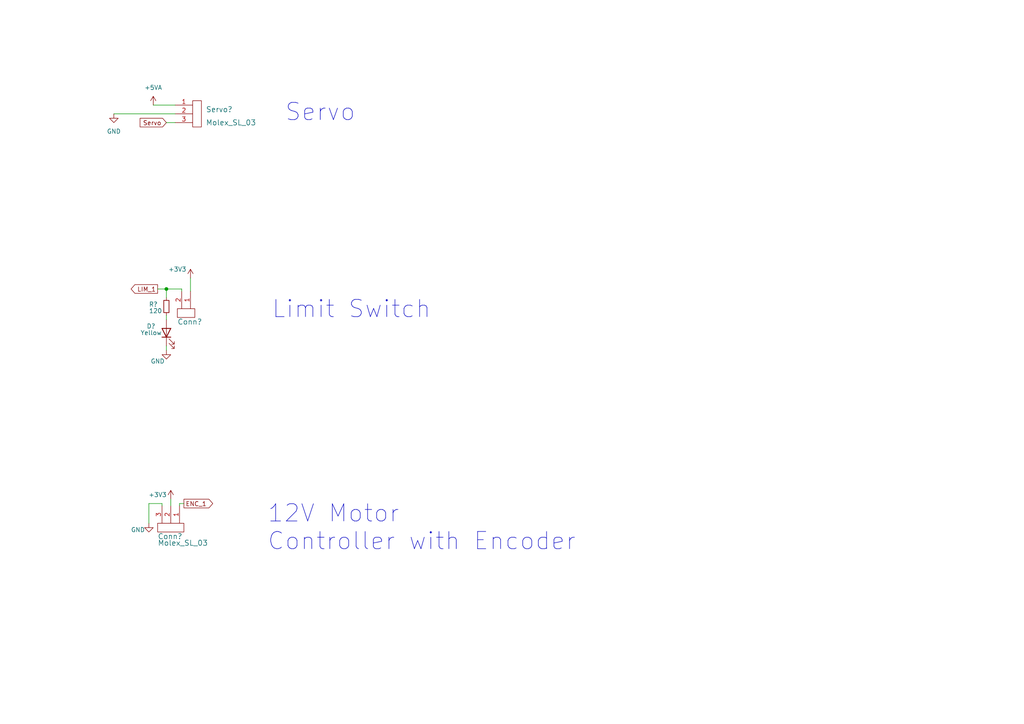
<source format=kicad_sch>
(kicad_sch (version 20211123) (generator eeschema)
  (paper "A4")
  (lib_symbols
    (symbol "ArmBoard_Hardware-rescue:+3.3V-power" (power) (pin_names (offset 0))
      (property "Value" "+3.3V-power" (at 0 3.556 0))
      (symbol "+3.3V-power_0_1"
        (polyline (pts (xy -0.762 1.27) (xy 0 2.54)))
        (polyline (pts (xy 0 0) (xy 0 2.54)))
        (polyline (pts (xy 0 2.54) (xy 0.762 1.27)))
      )
      (symbol "+3.3V-power_1_1"
        (pin power_in line (at 0 0 90) (length 0) hide (name "+3V3") (number "1"))
      )
    )
    (symbol "Device:LED" (pin_numbers hide) (pin_names (offset 1.016) hide)
      (property "Reference" "D" (at 0 2.54 0))
      (property "Value" "LED" (at 0 -2.54 0))
      (symbol "LED_0_1"
        (polyline (pts (xy -1.27 -1.27) (xy -1.27 1.27)) (stroke (width 0.254)))
        (polyline (pts (xy -1.27 0) (xy 1.27 0)))
        (polyline (pts (xy 1.27 -1.27) (xy 1.27 1.27) (xy -1.27 0) (xy 1.27 -1.27)) (stroke (width 0.254)))
        (polyline (pts (xy -3.048 -0.762) (xy -4.572 -2.286) (xy -3.81 -2.286) (xy -4.572 -2.286) (xy -4.572 -1.524)))
        (polyline (pts (xy -1.778 -0.762) (xy -3.302 -2.286) (xy -2.54 -2.286) (xy -3.302 -2.286) (xy -3.302 -1.524)))
      )
      (symbol "LED_1_1"
        (pin passive line (at -3.81 0 0) (length 2.54) (name "K") (number "1"))
        (pin passive line (at 3.81 0 180) (length 2.54) (name "A") (number "2"))
      )
    )
    (symbol "Device:R_Small" (pin_numbers hide) (pin_names (offset 0.254) hide)
      (property "Reference" "R" (at 0.762 0.508 0))
      (property "Value" "R_Small" (at 0.762 -1.016 0))
      (symbol "R_Small_0_1"
        (rectangle (start -0.762 1.778) (end 0.762 -1.778) (stroke (width 0.2032)))
      )
      (symbol "R_Small_1_1"
        (pin passive line (at 0 2.54 270) (length 0.762) (name "~") (number "1"))
        (pin passive line (at 0 -2.54 90) (length 0.762) (name "~") (number "2"))
      )
    )
    (symbol "MRDT_Connectors:Molex_SL_02" (pin_names (offset 1.016))
      (property "Reference" "Conn" (at 3.81 -1.27 0))
      (property "Value" "Molex_SL_02" (at 1.27 6.35 0))
      (symbol "Molex_SL_02_0_1"
        (rectangle (start 0 5.08) (end 2.54 0))
      )
      (symbol "Molex_SL_02_1_1"
        (pin input line (at -5.08 3.81 0) (length 5.08) (name "~") (number "1"))
        (pin input line (at -5.08 1.27 0) (length 5.08) (name "~") (number "2"))
      )
    )
    (symbol "MRDT_Connectors:Molex_SL_03" (pin_names (offset 1.016))
      (property "Reference" "Conn" (at 3.81 -1.27 0))
      (property "Value" "Molex_SL_03" (at 1.27 8.89 0))
      (symbol "Molex_SL_03_0_1"
        (rectangle (start 0 7.62) (end 2.54 0))
      )
      (symbol "Molex_SL_03_1_1"
        (pin input line (at -5.08 6.35 0) (length 5.08) (name "~") (number "1"))
        (pin input line (at -5.08 3.81 0) (length 5.08) (name "~") (number "2"))
        (pin input line (at -5.08 1.27 0) (length 5.08) (name "~") (number "3"))
      )
    )
    (symbol "power:+5VA" (power) (pin_names (offset 0))
      (property "Value" "+5VA" (at 0 3.556 0))
      (symbol "+5VA_0_1"
        (polyline (pts (xy -0.762 1.27) (xy 0 2.54)))
        (polyline (pts (xy 0 0) (xy 0 2.54)))
        (polyline (pts (xy 0 2.54) (xy 0.762 1.27)))
      )
      (symbol "+5VA_1_1"
        (pin power_in line (at 0 0 90) (length 0) hide (name "+5VA") (number "1"))
      )
    )
    (symbol "power:GND" (power) (pin_names (offset 0))
      (property "Value" "GND" (at 0 -3.81 0))
      (symbol "GND_0_1"
        (polyline (pts (xy 0 0) (xy 0 -1.27) (xy 1.27 -1.27) (xy 0 -2.54) (xy -1.27 -1.27) (xy 0 -1.27)))
      )
      (symbol "GND_1_1"
        (pin power_in line (at 0 0 270) (length 0) hide (name "GND") (number "1"))
      )
    )
  )
  (junction (at 48.26 83.82))
  (wire (pts (xy 48.26 91.44) (xy 48.26 92.71)))
  (wire (pts (xy 46.99 146.05) (xy 46.99 146.685)))
  (wire (pts (xy 48.26 35.56) (xy 50.8 35.56)))
  (wire (pts (xy 52.07 146.05) (xy 53.34 146.05)))
  (wire (pts (xy 48.26 83.82) (xy 48.26 86.36)))
  (wire (pts (xy 55.245 80.645) (xy 55.245 84.455)))
  (wire (pts (xy 43.18 146.05) (xy 43.18 151.765)))
  (wire (pts (xy 45.72 83.82) (xy 48.26 83.82)))
  (wire (pts (xy 44.45 30.48) (xy 50.8 30.48)))
  (wire (pts (xy 48.26 83.82) (xy 52.705 83.82)))
  (wire (pts (xy 52.705 84.455) (xy 52.705 83.82)))
  (wire (pts (xy 33.02 33.02) (xy 50.8 33.02)))
  (wire (pts (xy 52.07 146.685) (xy 52.07 146.05)))
  (wire (pts (xy 43.18 146.05) (xy 46.99 146.05)))
  (wire (pts (xy 49.53 144.78) (xy 49.53 146.685)))
  (wire (pts (xy 48.26 100.33) (xy 48.26 101.6)))
  (text "12V Motor\nController with Encoder" (at 77.47 160.02 0) (effects (font (size 5 5)) (justify left bottom)))
  (text "Servo" (at 82.55 35.56 0) (effects (font (size 5 5)) (justify left bottom)))
  (text "Limit Switch" (at 78.74 92.71 0) (effects (font (size 5 5)) (justify left bottom)))
  (global_label "LIM_1" (shape output) (at 45.72 83.82 180) (property "Intersheet References" "${INTERSHEET_REFS}" (effects hide)))
  (global_label "ENC_1" (shape output) (at 53.34 146.05 0) (property "Intersheet References" "${INTERSHEET_REFS}" (effects hide)))
  (global_label "Servo" (shape input) (at 48.26 35.56 180) (property "Intersheet References" "${INTERSHEET_REFS}" (effects hide)))
  (symbol (lib_id "ArmBoard_Hardware-rescue:+3.3V-power") (at 49.53 144.78 0) (unit 1)
    (property "Reference" "#PWR?" (effects hide))
    (property "Value" "+12V" (at 45.72 143.51 0))
  )
  (symbol (lib_id "MRDT_Connectors:Molex_SL_03") (at 45.72 151.765 270) (unit 1)
    (property "Reference" "Conn?" (at 45.72 155.575 90) (effects (font (size 1.524 1.524)) (justify left)))
    (property "Value" "Molex_SL_03" (at 45.72 157.48 90) (effects (font (size 1.524 1.524)) (justify left)))
    (property "Footprint" "MRDT_Connectors:MOLEX_SL_03_Vertical" (effects hide))
  )
  (symbol (lib_id "power:GND") (at 33.02 33.02 0) (unit 1)
    (property "Reference" "#PWR?" (effects hide))
    (property "Value" "GND" (at 33.02 38.1 0))
  )
  (symbol (lib_id "power:GND") (at 48.26 101.6 0) (unit 1)
    (property "Reference" "#PWR?" (effects hide))
    (property "Value" "GND" (at 45.72 104.775 0))
  )
  (symbol (lib_id "Device:LED") (at 48.26 96.52 90) (unit 1)
    (property "Reference" "D?" (at 43.815 94.615 90))
    (property "Value" "Yellow" (at 43.815 96.52 90))
    (property "Footprint" "LED_SMD:LED_0603_1608Metric_Pad1.05x0.95mm_HandSolder" (effects hide))
  )
  (symbol (lib_id "MRDT_Connectors:Molex_SL_03") (at 55.88 36.83 0) (unit 1)
    (property "Reference" "Servo?" (at 59.69 31.75 0) (effects (font (size 1.524 1.524)) (justify left)))
    (property "Value" "Molex_SL_03" (at 59.69 35.56 0) (effects (font (size 1.524 1.524)) (justify left)))
  )
  (symbol (lib_id "power:GND") (at 43.18 151.765 0) (unit 1)
    (property "Reference" "#PWR?" (effects hide))
    (property "Value" "GND" (at 40.005 153.67 0))
  )
  (symbol (lib_id "ArmBoard_Hardware-rescue:+3.3V-power") (at 55.245 80.645 0) (unit 1)
    (property "Reference" "#PWR?" (effects hide))
    (property "Value" "+3.3V" (at 51.435 78.105 0))
  )
  (symbol (lib_id "power:+5VA") (at 44.45 30.48 0) (unit 1)
    (property "Reference" "#PWR?" (effects hide))
    (property "Value" "+5VA" (at 44.45 25.4 0))
  )
  (symbol (lib_id "MRDT_Connectors:Molex_SL_02") (at 51.435 89.535 270) (unit 1)
    (property "Reference" "Conn?" (at 51.435 93.345 90) (effects (font (size 1.524 1.524)) (justify left)))
    (property "Value" "Molex_SL_02" (effects hide))
    (property "Footprint" "MRDT_Connectors:MOLEX_SL_02_Vertical" (effects hide))
  )
  (symbol (lib_id "Device:R_Small") (at 48.26 88.9 0) (unit 1)
    (property "Reference" "R?" (at 43.18 88.265 0) (effects (justify left)))
    (property "Value" "120" (at 43.18 90.17 0) (effects (justify left)))
    (property "Footprint" "Resistor_SMD:R_0603_1608Metric_Pad0.98x0.95mm_HandSolder" (effects hide))
  )
)
</source>
